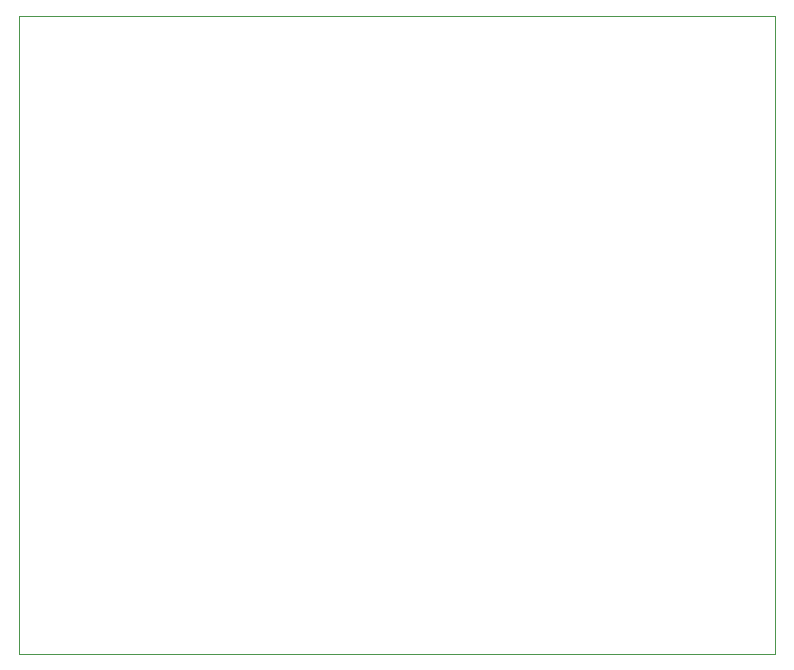
<source format=gbr>
%TF.GenerationSoftware,KiCad,Pcbnew,8.0.4+dfsg-1*%
%TF.CreationDate,2024-11-28T14:38:25-05:00*%
%TF.ProjectId,smart-fluid-flow-meter,736d6172-742d-4666-9c75-69642d666c6f,rev?*%
%TF.SameCoordinates,Original*%
%TF.FileFunction,Profile,NP*%
%FSLAX46Y46*%
G04 Gerber Fmt 4.6, Leading zero omitted, Abs format (unit mm)*
G04 Created by KiCad (PCBNEW 8.0.4+dfsg-1) date 2024-11-28 14:38:25*
%MOMM*%
%LPD*%
G01*
G04 APERTURE LIST*
%TA.AperFunction,Profile*%
%ADD10C,0.050000*%
%TD*%
G04 APERTURE END LIST*
D10*
X64000000Y-96000000D02*
X128000000Y-96000000D01*
X128000000Y-96000000D02*
X128000000Y-42000000D01*
X64000000Y-42000000D02*
X128000000Y-42000000D01*
X64000000Y-42000000D02*
X64000000Y-96000000D01*
M02*

</source>
